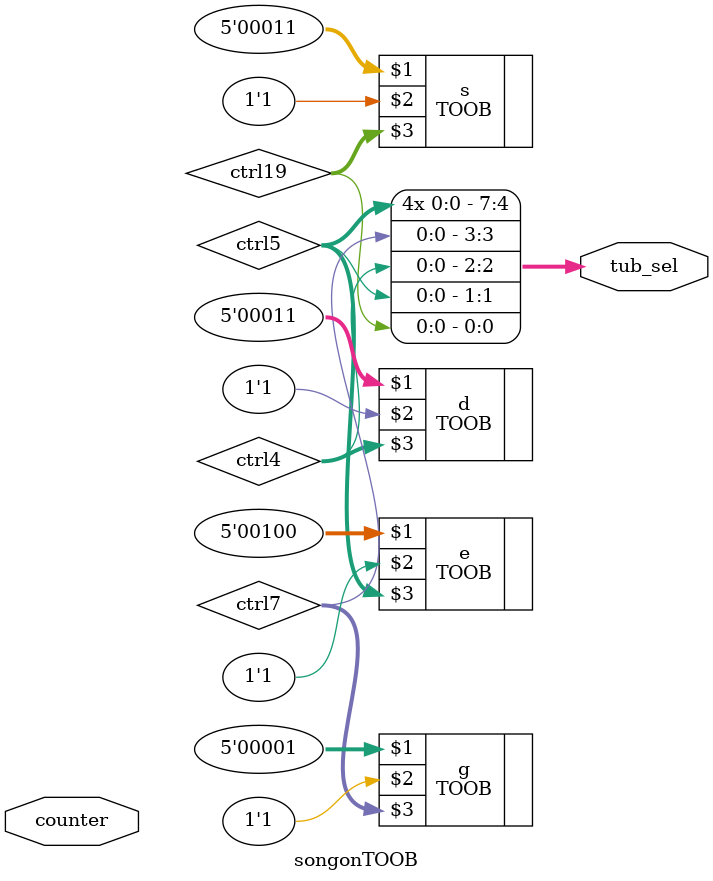
<source format=v>
`timescale 1ns / 1ps


module songonTOOB(
input [1:0] counter,
output reg [7:0] tub_sel 
    );
    //song display on autoplay
    wire [7:0] ctrl1, ctrl2, ctrl3, ctrl4, ctrl5;
    wire [7:0] ctrl6, ctrl7, ctrl8, ctrl9, ctrl10;
    wire [7:0] ctrl11, ctrl12, ctrl13, ctrl14, ctrl15;
    wire [7:0] ctrl16, ctrl17, ctrl18, ctrl19, ctrl20;
    wire [7:0] ctrl21, ctrl22, ctrl23, ctrl24, ctrl25, ctrl26;
    parameter A = 5'b00000, B = 5'b00001, C = 5'b00010, D= 5'b00011, E = 5'b00100;
    
    TOOB a(A, 1'b1, ctrl1); TOOB b(B, 1'b1, ctrl2); TOOB c(C, 1'b1, ctrl3); TOOB d(D, 1'b1, ctrl4); TOOB e(E, 1'b1, ctrl5);
    TOOB f(A, 1'b1, ctrl6); TOOB g(B, 1'b1, ctrl7); TOOB h(C, 1'b1, ctrl8); TOOB i(D, 1'b1, ctrl9); TOOB j(E, 1'b1, ctrl10);
    TOOB k(A, 1'b1, ctrl11); TOOB l(B, 1'b1, ctrl12); TOOB m(C, 1'b1, ctrl13); TOOB n(D, 1'b1, ctrl14); TOOB o(E, 1'b1, ctrl15);
    TOOB p(A, 1'b1, ctrl16); TOOB q(B, 1'b1, ctrl17); TOOB r(C, 1'b1, ctrl18); TOOB s(D, 1'b1, ctrl19); TOOB t(E, 1'b1, ctrl20);
    TOOB u(A, 1'b1, ctrl21); TOOB v(B, 1'b1, ctrl22); TOOB w(C, 1'b1, ctrl23); TOOB x(D, 1'b1, ctrl24); TOOB y(E, 1'b1, ctrl25); TOOB z(E, 1'b1, ctrl26);
    
    always @(*) begin
        case(counter)
            2'b01: begin
                tub_sel[0] = ctrl19;
                tub_sel[1] = ctrl5;
                tub_sel[2] = ctrl4;
                tub_sel[3] = ctrl7;
                tub_sel[4] = ctrl5;
                tub_sel[5] = ctrl5;
                tub_sel[6] = ctrl5;
                tub_sel[7] = ctrl5;
            end
            2'b10: begin
                tub_sel[0] = ctrl19;
                tub_sel[1] = ctrl5;
                tub_sel[2] = ctrl4;
                tub_sel[3] = ctrl7;
                tub_sel[4] = ctrl5;
                tub_sel[5] = ctrl5;
                tub_sel[6] = ctrl5;
                tub_sel[7] = ctrl5;
            end
            2'b11: begin
                tub_sel[0] = ctrl19;
                tub_sel[1] = ctrl5;
                tub_sel[2] = ctrl4;
                tub_sel[3] = ctrl7;
                tub_sel[4] = ctrl5;
                tub_sel[5] = ctrl5;
                tub_sel[6] = ctrl5;
                tub_sel[7] = ctrl5;
            end
            default:begin
                tub_sel[0] = ctrl19;
                tub_sel[1] = ctrl5;
                tub_sel[2] = ctrl4;
                tub_sel[3] = ctrl7;
                tub_sel[4] = ctrl5;
                tub_sel[5] = ctrl5;
                tub_sel[6] = ctrl5;
                tub_sel[7] = ctrl5;
            end
            endcase
            end
            
            
endmodule

</source>
